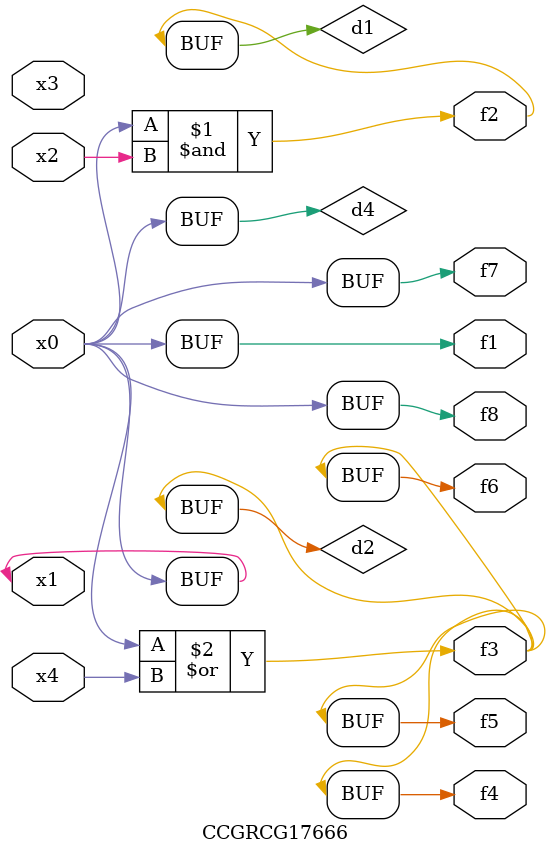
<source format=v>
module CCGRCG17666(
	input x0, x1, x2, x3, x4,
	output f1, f2, f3, f4, f5, f6, f7, f8
);

	wire d1, d2, d3, d4;

	and (d1, x0, x2);
	or (d2, x0, x4);
	nand (d3, x0, x2);
	buf (d4, x0, x1);
	assign f1 = d4;
	assign f2 = d1;
	assign f3 = d2;
	assign f4 = d2;
	assign f5 = d2;
	assign f6 = d2;
	assign f7 = d4;
	assign f8 = d4;
endmodule

</source>
